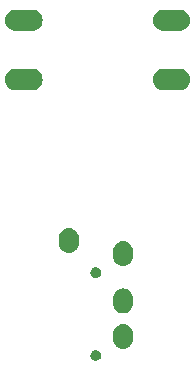
<source format=gbs>
G04 #@! TF.GenerationSoftware,KiCad,Pcbnew,5.1.4-e60b266~84~ubuntu16.04.1*
G04 #@! TF.CreationDate,2019-09-19T10:39:33-04:00*
G04 #@! TF.ProjectId,tactile_switch_pcb_v2,74616374-696c-4655-9f73-77697463685f,1.0*
G04 #@! TF.SameCoordinates,Original*
G04 #@! TF.FileFunction,Soldermask,Bot*
G04 #@! TF.FilePolarity,Negative*
%FSLAX46Y46*%
G04 Gerber Fmt 4.6, Leading zero omitted, Abs format (unit mm)*
G04 Created by KiCad (PCBNEW 5.1.4-e60b266~84~ubuntu16.04.1) date 2019-09-19 10:39:33*
%MOMM*%
%LPD*%
G04 APERTURE LIST*
%ADD10C,0.100000*%
G04 APERTURE END LIST*
D10*
G36*
X147570552Y-133323331D02*
G01*
X147652627Y-133357328D01*
X147652629Y-133357329D01*
X147689813Y-133382175D01*
X147726495Y-133406685D01*
X147789315Y-133469505D01*
X147838672Y-133543373D01*
X147872669Y-133625448D01*
X147890000Y-133712579D01*
X147890000Y-133801421D01*
X147872669Y-133888552D01*
X147838672Y-133970627D01*
X147838671Y-133970629D01*
X147789314Y-134044496D01*
X147726496Y-134107314D01*
X147652629Y-134156671D01*
X147652628Y-134156672D01*
X147652627Y-134156672D01*
X147570552Y-134190669D01*
X147483421Y-134208000D01*
X147394579Y-134208000D01*
X147307448Y-134190669D01*
X147225373Y-134156672D01*
X147225372Y-134156672D01*
X147225371Y-134156671D01*
X147151504Y-134107314D01*
X147088686Y-134044496D01*
X147039329Y-133970629D01*
X147039328Y-133970627D01*
X147005331Y-133888552D01*
X146988000Y-133801421D01*
X146988000Y-133712579D01*
X147005331Y-133625448D01*
X147039328Y-133543373D01*
X147088685Y-133469505D01*
X147151505Y-133406685D01*
X147188187Y-133382175D01*
X147225371Y-133357329D01*
X147225373Y-133357328D01*
X147307448Y-133323331D01*
X147394579Y-133306000D01*
X147483421Y-133306000D01*
X147570552Y-133323331D01*
X147570552Y-133323331D01*
G37*
G36*
X149905822Y-131118313D02*
G01*
X150066241Y-131166976D01*
X150214077Y-131245995D01*
X150343659Y-131352341D01*
X150450004Y-131481922D01*
X150450005Y-131481924D01*
X150529024Y-131629758D01*
X150577687Y-131790177D01*
X150590000Y-131915196D01*
X150590000Y-132398803D01*
X150577687Y-132523822D01*
X150529024Y-132684242D01*
X150458114Y-132816906D01*
X150450004Y-132832078D01*
X150343659Y-132961659D01*
X150214078Y-133068004D01*
X150214076Y-133068005D01*
X150066242Y-133147024D01*
X149905823Y-133195687D01*
X149739000Y-133212117D01*
X149572178Y-133195687D01*
X149411759Y-133147024D01*
X149263925Y-133068005D01*
X149263923Y-133068004D01*
X149134342Y-132961659D01*
X149027996Y-132832078D01*
X149019886Y-132816906D01*
X148948976Y-132684242D01*
X148900313Y-132523823D01*
X148888000Y-132398804D01*
X148888000Y-131915197D01*
X148900313Y-131790178D01*
X148948976Y-131629759D01*
X149027995Y-131481923D01*
X149134341Y-131352341D01*
X149263922Y-131245996D01*
X149279094Y-131237886D01*
X149411758Y-131166976D01*
X149572177Y-131118313D01*
X149739000Y-131101883D01*
X149905822Y-131118313D01*
X149905822Y-131118313D01*
G37*
G36*
X149905822Y-128118313D02*
G01*
X150066241Y-128166976D01*
X150214077Y-128245995D01*
X150343659Y-128352341D01*
X150450004Y-128481922D01*
X150450005Y-128481924D01*
X150529024Y-128629758D01*
X150577687Y-128790177D01*
X150590000Y-128915196D01*
X150590000Y-129398803D01*
X150577687Y-129523822D01*
X150529024Y-129684242D01*
X150458114Y-129816906D01*
X150450004Y-129832078D01*
X150343659Y-129961659D01*
X150214078Y-130068004D01*
X150214076Y-130068005D01*
X150066242Y-130147024D01*
X149905823Y-130195687D01*
X149739000Y-130212117D01*
X149572178Y-130195687D01*
X149411759Y-130147024D01*
X149263925Y-130068005D01*
X149263923Y-130068004D01*
X149134342Y-129961659D01*
X149027996Y-129832078D01*
X149019886Y-129816906D01*
X148948976Y-129684242D01*
X148900313Y-129523823D01*
X148888000Y-129398804D01*
X148888000Y-128915197D01*
X148900313Y-128790178D01*
X148948976Y-128629759D01*
X149027995Y-128481923D01*
X149134341Y-128352341D01*
X149263922Y-128245996D01*
X149279094Y-128237886D01*
X149411758Y-128166976D01*
X149572177Y-128118313D01*
X149739000Y-128101883D01*
X149905822Y-128118313D01*
X149905822Y-128118313D01*
G37*
G36*
X147570552Y-126323331D02*
G01*
X147652627Y-126357328D01*
X147652629Y-126357329D01*
X147689813Y-126382175D01*
X147726495Y-126406685D01*
X147789315Y-126469505D01*
X147838672Y-126543373D01*
X147872669Y-126625448D01*
X147890000Y-126712579D01*
X147890000Y-126801421D01*
X147872669Y-126888552D01*
X147838672Y-126970627D01*
X147838671Y-126970629D01*
X147789314Y-127044496D01*
X147726496Y-127107314D01*
X147652629Y-127156671D01*
X147652628Y-127156672D01*
X147652627Y-127156672D01*
X147570552Y-127190669D01*
X147483421Y-127208000D01*
X147394579Y-127208000D01*
X147307448Y-127190669D01*
X147225373Y-127156672D01*
X147225372Y-127156672D01*
X147225371Y-127156671D01*
X147151504Y-127107314D01*
X147088686Y-127044496D01*
X147039329Y-126970629D01*
X147039328Y-126970627D01*
X147005331Y-126888552D01*
X146988000Y-126801421D01*
X146988000Y-126712579D01*
X147005331Y-126625448D01*
X147039328Y-126543373D01*
X147088685Y-126469505D01*
X147151505Y-126406685D01*
X147188187Y-126382175D01*
X147225371Y-126357329D01*
X147225373Y-126357328D01*
X147307448Y-126323331D01*
X147394579Y-126306000D01*
X147483421Y-126306000D01*
X147570552Y-126323331D01*
X147570552Y-126323331D01*
G37*
G36*
X149905822Y-124118313D02*
G01*
X150066241Y-124166976D01*
X150214077Y-124245995D01*
X150278423Y-124298803D01*
X150343659Y-124352341D01*
X150450004Y-124481922D01*
X150450005Y-124481924D01*
X150529024Y-124629758D01*
X150577687Y-124790177D01*
X150590000Y-124915196D01*
X150590000Y-125398803D01*
X150577687Y-125523822D01*
X150529024Y-125684242D01*
X150458114Y-125816906D01*
X150450004Y-125832078D01*
X150343659Y-125961659D01*
X150214078Y-126068004D01*
X150214076Y-126068005D01*
X150066242Y-126147024D01*
X149905823Y-126195687D01*
X149739000Y-126212117D01*
X149572178Y-126195687D01*
X149411759Y-126147024D01*
X149263925Y-126068005D01*
X149263923Y-126068004D01*
X149134342Y-125961659D01*
X149027996Y-125832078D01*
X149019886Y-125816906D01*
X148948976Y-125684242D01*
X148900313Y-125523823D01*
X148888000Y-125398804D01*
X148888000Y-124915197D01*
X148900313Y-124790178D01*
X148948976Y-124629759D01*
X149027995Y-124481923D01*
X149134341Y-124352341D01*
X149199582Y-124298799D01*
X149263922Y-124245996D01*
X149279094Y-124237886D01*
X149411758Y-124166976D01*
X149572177Y-124118313D01*
X149739000Y-124101883D01*
X149905822Y-124118313D01*
X149905822Y-124118313D01*
G37*
G36*
X145305822Y-123018313D02*
G01*
X145466241Y-123066976D01*
X145614077Y-123145995D01*
X145743659Y-123252341D01*
X145850004Y-123381922D01*
X145850005Y-123381924D01*
X145929024Y-123529758D01*
X145977687Y-123690177D01*
X145990000Y-123815196D01*
X145990000Y-124298803D01*
X145977687Y-124423822D01*
X145929024Y-124584242D01*
X145904693Y-124629762D01*
X145850004Y-124732078D01*
X145743659Y-124861659D01*
X145614078Y-124968004D01*
X145614076Y-124968005D01*
X145466242Y-125047024D01*
X145305823Y-125095687D01*
X145139000Y-125112117D01*
X144972178Y-125095687D01*
X144811759Y-125047024D01*
X144663925Y-124968005D01*
X144663923Y-124968004D01*
X144534342Y-124861659D01*
X144427996Y-124732078D01*
X144373307Y-124629762D01*
X144348976Y-124584242D01*
X144300313Y-124423823D01*
X144288000Y-124298804D01*
X144288000Y-123815197D01*
X144300313Y-123690178D01*
X144348976Y-123529759D01*
X144427995Y-123381923D01*
X144534341Y-123252341D01*
X144663922Y-123145996D01*
X144679094Y-123137886D01*
X144811758Y-123066976D01*
X144972177Y-123018313D01*
X145139000Y-123001883D01*
X145305822Y-123018313D01*
X145305822Y-123018313D01*
G37*
G36*
X142190694Y-109508633D02*
G01*
X142363095Y-109560931D01*
X142521983Y-109645858D01*
X142661249Y-109760151D01*
X142775542Y-109899417D01*
X142860469Y-110058305D01*
X142912767Y-110230706D01*
X142930425Y-110410000D01*
X142912767Y-110589294D01*
X142860469Y-110761695D01*
X142775542Y-110920583D01*
X142661249Y-111059849D01*
X142521983Y-111174142D01*
X142363095Y-111259069D01*
X142190694Y-111311367D01*
X142056331Y-111324600D01*
X140645669Y-111324600D01*
X140511306Y-111311367D01*
X140338905Y-111259069D01*
X140180017Y-111174142D01*
X140040751Y-111059849D01*
X139926458Y-110920583D01*
X139841531Y-110761695D01*
X139789233Y-110589294D01*
X139771575Y-110410000D01*
X139789233Y-110230706D01*
X139841531Y-110058305D01*
X139926458Y-109899417D01*
X140040751Y-109760151D01*
X140180017Y-109645858D01*
X140338905Y-109560931D01*
X140511306Y-109508633D01*
X140645669Y-109495400D01*
X142056331Y-109495400D01*
X142190694Y-109508633D01*
X142190694Y-109508633D01*
G37*
G36*
X154690694Y-109508633D02*
G01*
X154863095Y-109560931D01*
X155021983Y-109645858D01*
X155161249Y-109760151D01*
X155275542Y-109899417D01*
X155360469Y-110058305D01*
X155412767Y-110230706D01*
X155430425Y-110410000D01*
X155412767Y-110589294D01*
X155360469Y-110761695D01*
X155275542Y-110920583D01*
X155161249Y-111059849D01*
X155021983Y-111174142D01*
X154863095Y-111259069D01*
X154690694Y-111311367D01*
X154556331Y-111324600D01*
X153145669Y-111324600D01*
X153011306Y-111311367D01*
X152838905Y-111259069D01*
X152680017Y-111174142D01*
X152540751Y-111059849D01*
X152426458Y-110920583D01*
X152341531Y-110761695D01*
X152289233Y-110589294D01*
X152271575Y-110410000D01*
X152289233Y-110230706D01*
X152341531Y-110058305D01*
X152426458Y-109899417D01*
X152540751Y-109760151D01*
X152680017Y-109645858D01*
X152838905Y-109560931D01*
X153011306Y-109508633D01*
X153145669Y-109495400D01*
X154556331Y-109495400D01*
X154690694Y-109508633D01*
X154690694Y-109508633D01*
G37*
G36*
X142190694Y-104508633D02*
G01*
X142363095Y-104560931D01*
X142521983Y-104645858D01*
X142661249Y-104760151D01*
X142775542Y-104899417D01*
X142860469Y-105058305D01*
X142912767Y-105230706D01*
X142930425Y-105410000D01*
X142912767Y-105589294D01*
X142860469Y-105761695D01*
X142775542Y-105920583D01*
X142661249Y-106059849D01*
X142521983Y-106174142D01*
X142363095Y-106259069D01*
X142190694Y-106311367D01*
X142056331Y-106324600D01*
X140645669Y-106324600D01*
X140511306Y-106311367D01*
X140338905Y-106259069D01*
X140180017Y-106174142D01*
X140040751Y-106059849D01*
X139926458Y-105920583D01*
X139841531Y-105761695D01*
X139789233Y-105589294D01*
X139771575Y-105410000D01*
X139789233Y-105230706D01*
X139841531Y-105058305D01*
X139926458Y-104899417D01*
X140040751Y-104760151D01*
X140180017Y-104645858D01*
X140338905Y-104560931D01*
X140511306Y-104508633D01*
X140645669Y-104495400D01*
X142056331Y-104495400D01*
X142190694Y-104508633D01*
X142190694Y-104508633D01*
G37*
G36*
X154690694Y-104508633D02*
G01*
X154863095Y-104560931D01*
X155021983Y-104645858D01*
X155161249Y-104760151D01*
X155275542Y-104899417D01*
X155360469Y-105058305D01*
X155412767Y-105230706D01*
X155430425Y-105410000D01*
X155412767Y-105589294D01*
X155360469Y-105761695D01*
X155275542Y-105920583D01*
X155161249Y-106059849D01*
X155021983Y-106174142D01*
X154863095Y-106259069D01*
X154690694Y-106311367D01*
X154556331Y-106324600D01*
X153145669Y-106324600D01*
X153011306Y-106311367D01*
X152838905Y-106259069D01*
X152680017Y-106174142D01*
X152540751Y-106059849D01*
X152426458Y-105920583D01*
X152341531Y-105761695D01*
X152289233Y-105589294D01*
X152271575Y-105410000D01*
X152289233Y-105230706D01*
X152341531Y-105058305D01*
X152426458Y-104899417D01*
X152540751Y-104760151D01*
X152680017Y-104645858D01*
X152838905Y-104560931D01*
X153011306Y-104508633D01*
X153145669Y-104495400D01*
X154556331Y-104495400D01*
X154690694Y-104508633D01*
X154690694Y-104508633D01*
G37*
M02*

</source>
